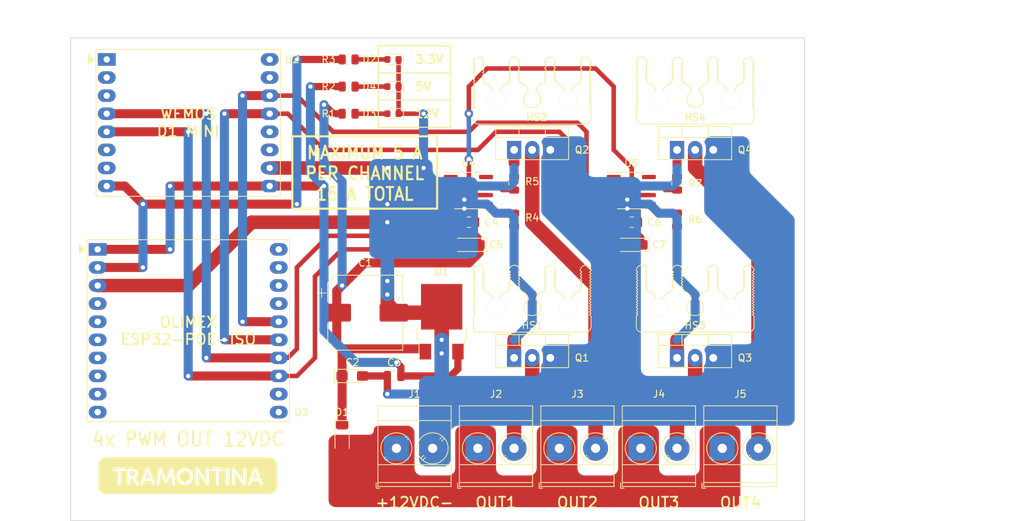
<source format=kicad_pcb>
(kicad_pcb (version 20211014) (generator pcbnew)
  (title_block (title "ESP 6 Relay Module"))
  (layers (0 "F.Cu" signal) (31 "B.Cu" signal) (34 "B.Paste" user) (35 "F.Paste" user) (36 "B.SilkS" user "B.Silkscreen") (37 "F.SilkS" user "F.Silkscreen") (38 "B.Mask" user) (39 "F.Mask" user) (44 "Edge.Cuts" user))
  (net 0 "")
  (net 1 "+12VA")
  (net 2 "GNDREF")
  (net 3 "+5V")
  (net 4 "+12V")
  (net 5 "Net-(D2-Pad2)")
  (net 6 "Net-(D3-Pad2)")
  (net 7 "Net-(D4-Pad2)")
  (net 8 "Net-(J2-Pad2)")
  (net 9 "Net-(J3-Pad2)")
  (net 10 "Net-(J4-Pad2)")
  (net 11 "Net-(J5-Pad2)")
  (net 12 "Net-(Q1-Pad1)")
  (net 13 "Net-(Q2-Pad1)")
  (net 14 "Net-(Q3-Pad1)")
  (net 15 "Net-(Q4-Pad1)")
  (net 16 "+3V3")
  (net 17 "Net-(U2-Pad2)")
  (net 18 "Net-(U2-Pad1)")
  (net 19 "Net-(U2-Pad3)")
  (net 20 "Net-(U2-Pad4)")
  (net 21 "Net-(U2-Pad5)")
  (net 22 "Net-(U2-Pad6)")
  (net 23 "Net-(U2-Pad7)")
  (net 24 "Net-(U2-Pad11)")
  (net 25 "Net-(U2-Pad12)")
  (net 26 "Net-(U2-Pad13)")
  (net 27 "Net-(U2-Pad14)")
  (net 28 "Net-(U2-Pad15)")
  (net 29 "Net-(U2-Pad16)")
  (net 30 "Net-(U3-Pad8)")
  (net 31 "Net-(U4-Pad1)")
  (net 32 "Net-(U4-Pad8)")
  (net 33 "Net-(U3-Pad4)")
  (net 34 "Net-(U3-Pad5)")
  (net 35 "Net-(U3-Pad6)")
  (net 36 "Net-(U3-Pad7)")
  (net 37 "Net-(U3-Pad19)")
  (net 38 "Net-(U3-Pad20)")
  (net 39 "Net-(U3-Pad11)")
  (net 40 "Net-(U3-Pad12)")
  (net 41 "Net-(U3-Pad9)")
  (net 42 "Net-(U3-Pad10)")
  (net 43 "Net-(U3-Pad18)")
  (net 44 "Net-(U3-Pad17)")
  (net 45 "Net-(U5-Pad1)")
  (net 46 "Net-(U5-Pad8)")
  (net 47 "Net-(R4-Pad2)")
  (net 48 "Net-(R5-Pad2)")
  (net 49 "Net-(R6-Pad2)")
  (net 50 "Net-(R7-Pad2)")
  (footprint "Tales:TerminalBlock_Phoenix_MKDS-3-2-5.08_1x02_P5.08mm_Horizontal" (layer "F.Cu") (at 121.92 121.92)
    (fp_text reference "J2" (at 2.54 -7.62) (layer "F.SilkS"))
    (fp_text value "OUT1")
    (pad "1" thru_hole rect locked (at 0 0) (size 3.5 3.5) (drill 1.3) (layers *.Cu *.Mask) (net 4 "+12V"))
    (pad "2" thru_hole circle locked (at 5.08 0) (size 3.5 3.5) (drill 1.3) (layers *.Cu *.Mask) (net 8 "Net-(J2-Pad2)"))
  )
  (footprint "Tales:TerminalBlock_Phoenix_MKDS-3-2-5.08_1x02_P5.08mm_Horizontal" (layer "F.Cu") (at 133.35 121.92)
    (fp_text reference "J3" (at 2.54 -7.62) (layer "F.SilkS"))
    (fp_text value "OUT2")
    (pad "1" thru_hole rect locked (at 0 0) (size 3.5 3.5) (drill 1.3) (layers *.Cu *.Mask) (net 4 "+12V"))
    (pad "2" thru_hole circle locked (at 5.08 0) (size 3.5 3.5) (drill 1.3) (layers *.Cu *.Mask) (net 9 "Net-(J3-Pad2)"))
  )
  (footprint "Tales:TerminalBlock_Phoenix_MKDS-3-2-5.08_1x02_P5.08mm_Horizontal" (layer "F.Cu") (at 144.78 121.92)
    (fp_text reference "J4" (at 2.54 -7.62) (layer "F.SilkS"))
    (fp_text value "OUT3")
    (pad "1" thru_hole rect locked (at 0 0) (size 3.5 3.5) (drill 1.3) (layers *.Cu *.Mask) (net 4 "+12V"))
    (pad "2" thru_hole circle locked (at 5.08 0) (size 3.5 3.5) (drill 1.3) (layers *.Cu *.Mask) (net 10 "Net-(J4-Pad2)"))
  )
  (footprint "Tales:TerminalBlock_Phoenix_MKDS-3-2-5.08_1x02_P5.08mm_Horizontal" (layer "F.Cu") (at 156.21 121.92)
    (fp_text reference "J5" (at 2.54 -7.62) (layer "F.SilkS"))
    (fp_text value "OUT4")
    (pad "1" thru_hole rect locked (at 0 0) (size 3.5 3.5) (drill 1.3) (layers *.Cu *.Mask) (net 4 "+12V"))
    (pad "2" thru_hole circle locked (at 5.08 0) (size 3.5 3.5) (drill 1.3) (layers *.Cu *.Mask) (net 11 "Net-(J5-Pad2)"))
  )
  (footprint "Tales:TerminalBlock_Phoenix_MKDS-3-2-5.08_1x02_P5.08mm_Horizontal" (layer "F.Cu") (at 110.49 121.92)
    (fp_text reference "J1" (at 2.54 -7.62) (layer "F.SilkS"))
    (fp_text value "12VDC")
    (pad "1" thru_hole rect locked (at 0 0) (size 3.5 3.5) (drill 1.3) (layers *.Cu *.Mask) (net 4 "+12V"))
    (pad "2" thru_hole circle locked (at 5.08 0) (size 3.5 3.5) (drill 1.3) (layers *.Cu *.Mask) (net 2 "GNDREF"))
  )
  (footprint "Tales:Heatsink_16x10x25mm_2xFixationM3" (layer "F.Cu") (at 152.4 72.898)
    (fp_text reference "HS4" (at 0 2.54) (layer "F.SilkS"))
    (fp_text value "Heatsink_16x10x25mm_2xFixationM3")
    (pad "" np_thru_hole circle locked (at -5 0.000001) (size 2.5 2.5) (drill 2.5) (layers *.Cu *.SilkS *.Mask))
    (pad "" np_thru_hole circle locked (at 5 0) (size 2.5 2.5) (drill 2.5) (layers *.Cu *.SilkS *.Mask))
  )
  (footprint "Tales:Heatsink_16x10x25mm_2xFixationM3" (layer "F.Cu") (at 129.54 102.108)
    (fp_text reference "HS1" (at 0 2.54) (layer "F.SilkS"))
    (fp_text value "Heatsink_16x10x25mm_2xFixationM3")
    (pad "" np_thru_hole circle locked (at 5 0) (size 2.5 2.5) (drill 2.5) (layers *.Cu *.SilkS *.Mask))
    (pad "" np_thru_hole circle locked (at -5 0.000001) (size 2.5 2.5) (drill 2.5) (layers *.Cu *.SilkS *.Mask))
  )
  (footprint "Tales:Heatsink_16x10x25mm_2xFixationM3" (layer "F.Cu") (at 152.4 102.108)
    (fp_text reference "HS3" (at 0 2.54) (layer "F.SilkS"))
    (fp_text value "Heatsink_16x10x25mm_2xFixationM3")
    (pad "" np_thru_hole circle locked (at 5 0) (size 2.5 2.5) (drill 2.5) (layers *.Cu *.SilkS *.Mask))
    (pad "" np_thru_hole circle locked (at -5 0.000001) (size 2.5 2.5) (drill 2.5) (layers *.Cu *.SilkS *.Mask))
  )
  (footprint "Tales:Olimex_ESP32-POE_Pads" (layer "F.Cu") (at 68.58 93.98)
    (fp_text reference "U3" (at 28.575 22.86) (layer "F.SilkS"))
    (fp_text value "Olimex_ESP32-POE")
    (pad "1" thru_hole rect locked (at 0 0) (size 2.5 1.75) (drill 0.9) (layers *.Cu *.Mask) (net 3 "+5V"))
    (pad "2" thru_hole oval locked (at 0 2.54) (size 2.5 1.75) (drill 0.9) (layers *.Cu *.Mask) (net 16 "+3V3"))
    (pad "3" thru_hole oval locked (at 0 5.08) (size 2.5 1.75) (drill 0.9) (layers *.Cu *.Mask) (net 2 "GNDREF"))
    (pad "4" thru_hole oval locked (at 0 7.62) (size 2.5 1.75) (drill 0.9) (layers *.Cu *.Mask) (net 33 "Net-(U3-Pad4)"))
    (pad "5" thru_hole oval locked (at 0 10.16) (size 2.5 1.75) (drill 0.9) (layers *.Cu *.Mask) (net 34 "Net-(U3-Pad5)"))
    (pad "6" thru_hole oval locked (at 0 12.7) (size 2.5 1.75) (drill 0.9) (layers *.Cu *.Mask) (net 35 "Net-(U3-Pad6)"))
    (pad "7" thru_hole oval locked (at 0 15.24) (size 2.5 1.75) (drill 0.9) (layers *.Cu *.Mask) (net 36 "Net-(U3-Pad7)"))
    (pad "8" thru_hole oval locked (at 0 17.78) (size 2.5 1.75) (drill 0.9) (layers *.Cu *.Mask) (net 30 "Net-(U3-Pad8)"))
    (pad "9" thru_hole oval locked (at 0 20.32) (size 2.5 1.75) (drill 0.9) (layers *.Cu *.Mask) (net 41 "Net-(U3-Pad9)"))
    (pad "10" thru_hole oval locked (at 0 22.86) (size 2.5 1.75) (drill 0.9) (layers *.Cu *.Mask) (net 42 "Net-(U3-Pad10)"))
    (pad "11" thru_hole oval locked (at 25.4 22.86) (size 2.5 1.75) (drill 0.9) (layers *.Cu *.Mask) (net 39 "Net-(U3-Pad11)"))
    (pad "12" thru_hole oval locked (at 25.4 20.32) (size 2.5 1.75) (drill 0.9) (layers *.Cu *.Mask) (net 40 "Net-(U3-Pad12)"))
    (pad "13" thru_hole oval locked (at 25.4 17.78) (size 2.5 1.75) (drill 0.9) (layers *.Cu *.Mask) (net 21 "Net-(U2-Pad5)"))
    (pad "14" thru_hole oval locked (at 25.4 15.24) (size 2.5 1.75) (drill 0.9) (layers *.Cu *.Mask) (net 20 "Net-(U2-Pad4)"))
    (pad "15" thru_hole oval locked (at 25.4 12.7) (size 2.5 1.75) (drill 0.9) (layers *.Cu *.Mask) (net 26 "Net-(U2-Pad13)"))
    (pad "16" thru_hole oval locked (at 25.4 10.16) (size 2.5 1.75) (drill 0.9) (layers *.Cu *.Mask) (net 27 "Net-(U2-Pad14)"))
    (pad "17" thru_hole oval locked (at 25.4 7.62) (size 2.5 1.75) (drill 0.9) (layers *.Cu *.Mask) (net 44 "Net-(U3-Pad17)"))
    (pad "18" thru_hole oval locked (at 25.4 5.08) (size 2.5 1.75) (drill 0.9) (layers *.Cu *.Mask) (net 43 "Net-(U3-Pad18)"))
    (pad "19" thru_hole oval locked (at 25.4 2.54) (size 2.5 1.75) (drill 0.9) (layers *.Cu *.Mask) (net 37 "Net-(U3-Pad19)"))
    (pad "20" thru_hole oval locked (at 25.4 0) (size 2.5 1.75) (drill 0.9) (layers *.Cu *.Mask) (net 38 "Net-(U3-Pad20)"))
  )
  (footprint "Tales:WEMOS_D1_mini_light_pads" (layer "F.Cu") (at 69.85 67.31)
    (fp_text reference "U2" (at 26.035 0) (layer "F.SilkS"))
    (fp_text value "WeMos_D1_mini")
    (pad "1" thru_hole rect locked (at 0 0) (size 2.5 1.75) (drill 0.9) (layers *.Cu *.Mask) (net 18 "Net-(U2-Pad1)"))
    (pad "2" thru_hole oval locked (at 0 2.54) (size 2.5 1.75) (drill 0.9) (layers *.Cu *.Mask) (net 17 "Net-(U2-Pad2)"))
    (pad "3" thru_hole oval locked (at 0 5.08) (size 2.5 1.75) (drill 0.9) (layers *.Cu *.Mask) (net 19 "Net-(U2-Pad3)"))
    (pad "4" thru_hole oval locked (at 0 7.62) (size 2.5 1.75) (drill 0.9) (layers *.Cu *.Mask) (net 20 "Net-(U2-Pad4)"))
    (pad "5" thru_hole oval locked (at 0 10.16) (size 2.5 1.75) (drill 0.9) (layers *.Cu *.Mask) (net 21 "Net-(U2-Pad5)"))
    (pad "6" thru_hole oval locked (at 0 12.7) (size 2.5 1.75) (drill 0.9) (layers *.Cu *.Mask) (net 22 "Net-(U2-Pad6)"))
    (pad "7" thru_hole oval locked (at 0 15.24) (size 2.5 1.75) (drill 0.9) (layers *.Cu *.Mask) (net 23 "Net-(U2-Pad7)"))
    (pad "8" thru_hole oval locked (at 0 17.78) (size 2.5 1.75) (drill 0.9) (layers *.Cu *.Mask) (net 16 "+3V3"))
    (pad "9" thru_hole oval locked (at 22.86 17.78) (size 2.5 1.75) (drill 0.9) (layers *.Cu *.Mask) (net 3 "+5V"))
    (pad "10" thru_hole oval locked (at 22.86 15.24) (size 2.5 1.75) (drill 0.9) (layers *.Cu *.Mask) (net 2 "GNDREF"))
    (pad "11" thru_hole oval locked (at 22.86 12.7) (size 2.5 1.75) (drill 0.9) (layers *.Cu *.Mask) (net 24 "Net-(U2-Pad11)"))
    (pad "12" thru_hole oval locked (at 22.86 10.16) (size 2.5 1.75) (drill 0.9) (layers *.Cu *.Mask) (net 25 "Net-(U2-Pad12)"))
    (pad "13" thru_hole oval locked (at 22.86 7.62) (size 2.5 1.75) (drill 0.9) (layers *.Cu *.Mask) (net 26 "Net-(U2-Pad13)"))
    (pad "14" thru_hole oval locked (at 22.86 5.08) (size 2.5 1.75) (drill 0.9) (layers *.Cu *.Mask) (net 27 "Net-(U2-Pad14)"))
    (pad "15" thru_hole oval locked (at 22.86 2.54) (size 2.5 1.75) (drill 0.9) (layers *.Cu *.Mask) (net 28 "Net-(U2-Pad15)"))
    (pad "16" thru_hole oval locked (at 22.86 0) (size 2.5 1.75) (drill 0.9) (layers *.Cu *.Mask) (net 29 "Net-(U2-Pad16)"))
  )
  (footprint "Tales:CP_Elec_10x10" (layer "F.Cu") (at 106.12 102.87)
    (fp_text reference "C1" (at 0 -6.985) (layer "F.SilkS"))
    (fp_text value "100uF/35V/10x10")
    (pad "1" smd roundrect locked (at -4 0) (size 4 2.5) (layers "F.Cu" "F.Paste" "F.Mask") (roundrect_rratio 0.1) (net 1 "+12VA"))
    (pad "2" smd roundrect locked (at 4 0) (size 4 2.5) (layers "F.Cu" "F.Paste" "F.Mask") (roundrect_rratio 0.1) (net 2 "GNDREF"))
  )
  (footprint "Tales:CP_EIA-3216-18_Kemet-A_Pad1.58x1.35mm_HandSolder" (layer "F.Cu") (at 120.65 93.345 180)
    (fp_text reference "C5" (at -3.81 0) (layer "F.SilkS"))
    (fp_text value "1uF 35V")
    (pad "1" smd roundrect locked (at -1.4375 0 180) (size 1.575 1.35) (layers "F.Cu" "F.Paste" "F.Mask") (roundrect_rratio 0.1851844444) (net 1 "+12VA"))
    (pad "2" smd roundrect locked (at 1.4375 0 180) (size 1.575 1.35) (layers "F.Cu" "F.Paste" "F.Mask") (roundrect_rratio 0.1851844444) (net 2 "GNDREF"))
  )
  (footprint "Tales:TO-220-3_Vertical" (layer "F.Cu") (at 127 109.22)
    (fp_text reference "Q1" (at 9.525 0) (layer "F.SilkS"))
    (fp_text value "IRLB8721PBF")
    (pad "1" thru_hole rect locked (at 0 0) (size 2 2.5) (drill 1.1) (layers *.Cu *.Mask) (net 12 "Net-(Q1-Pad1)"))
    (pad "2" thru_hole oval locked (at 2.54 0) (size 2 2.5) (drill 1.1) (layers *.Cu *.Mask) (net 8 "Net-(J2-Pad2)"))
    (pad "3" thru_hole oval locked (at 5.08 0) (size 2 2.5) (drill 1.1) (layers *.Cu *.Mask) (net 2 "GNDREF"))
  )
  (footprint "Tales:TO-220-3_Vertical" (layer "F.Cu") (at 127 80.01)
    (fp_text reference "Q2" (at 9.525 0) (layer "F.SilkS"))
    (fp_text value "IRLB8721PBF")
    (pad "1" thru_hole rect locked (at 0 0) (size 2 2.5) (drill 1.1) (layers *.Cu *.Mask) (net 13 "Net-(Q2-Pad1)"))
    (pad "2" thru_hole oval locked (at 2.54 0) (size 2 2.5) (drill 1.1) (layers *.Cu *.Mask) (net 9 "Net-(J3-Pad2)"))
    (pad "3" thru_hole oval locked (at 5.08 0) (size 2 2.5) (drill 1.1) (layers *.Cu *.Mask) (net 2 "GNDREF"))
  )
  (footprint "Tales:TO-220-3_Vertical" (layer "F.Cu") (at 149.86 109.22)
    (fp_text reference "Q3" (at 9.525 0) (layer "F.SilkS"))
    (fp_text value "IRLB8721PBF")
    (pad "1" thru_hole rect locked (at 0 0) (size 2 2.5) (drill 1.1) (layers *.Cu *.Mask) (net 14 "Net-(Q3-Pad1)"))
    (pad "2" thru_hole oval locked (at 2.54 0) (size 2 2.5) (drill 1.1) (layers *.Cu *.Mask) (net 10 "Net-(J4-Pad2)"))
    (pad "3" thru_hole oval locked (at 5.08 0) (size 2 2.5) (drill 1.1) (layers *.Cu *.Mask) (net 2 "GNDREF"))
  )
  (footprint "Tales:TO-220-3_Vertical" (layer "F.Cu") (at 149.86 80.01)
    (fp_text reference "Q4" (at 9.525 0) (layer "F.SilkS"))
    (fp_text value "IRLB8721PBF")
    (pad "1" thru_hole rect locked (at 0 0) (size 2 2.5) (drill 1.1) (layers *.Cu *.Mask) (net 15 "Net-(Q4-Pad1)"))
    (pad "2" thru_hole oval locked (at 2.54 0) (size 2 2.5) (drill 1.1) (layers *.Cu *.Mask) (net 11 "Net-(J5-Pad2)"))
    (pad "3" thru_hole oval locked (at 5.08 0) (size 2 2.5) (drill 1.1) (layers *.Cu *.Mask) (net 2 "GNDREF"))
  )
  (footprint "Tales:SOIC-8_3.9x4.9mm_P1.27mm" (layer "F.Cu") (at 120.585 85.725)
    (fp_text reference "U4" (at 0 -3.81) (layer "F.SilkS"))
    (fp_text value "IR4427")
    (pad "1" smd roundrect locked (at -2.475 -1.905) (size 1.95 0.6) (layers "F.Cu" "F.Paste" "F.Mask") (net 31 "Net-(U4-Pad1)"))
    (pad "2" smd roundrect locked (at -2.475 -0.635) (size 1.95 0.6) (layers "F.Cu" "F.Paste" "F.Mask") (net 20 "Net-(U2-Pad4)"))
    (pad "3" smd roundrect locked (at -2.475 0.635) (size 1.95 0.6) (layers "F.Cu" "F.Paste" "F.Mask") (net 2 "GNDREF"))
    (pad "4" smd roundrect locked (at -2.475 1.905) (size 1.95 0.6) (layers "F.Cu" "F.Paste" "F.Mask") (net 21 "Net-(U2-Pad5)"))
    (pad "5" smd roundrect locked (at 2.475 1.905) (size 1.95 0.6) (layers "F.Cu" "F.Paste" "F.Mask") (net 47 "Net-(R4-Pad2)"))
    (pad "6" smd roundrect locked (at 2.475 0.635) (size 1.95 0.6) (layers "F.Cu" "F.Paste" "F.Mask") (net 1 "+12VA"))
    (pad "7" smd roundrect locked (at 2.475 -0.635) (size 1.95 0.6) (layers "F.Cu" "F.Paste" "F.Mask") (net 48 "Net-(R5-Pad2)"))
    (pad "8" smd roundrect locked (at 2.475 -1.905) (size 1.95 0.6) (layers "F.Cu" "F.Paste" "F.Mask") (net 32 "Net-(U4-Pad8)"))
  )
  (footprint "Tales:SOIC-8_3.9x4.9mm_P1.27mm" (layer "F.Cu") (at 143.445 85.725)
    (fp_text reference "U5" (at 0 -3.81) (layer "F.SilkS"))
    (fp_text value "IR4427")
    (pad "1" smd roundrect locked (at -2.475 -1.905) (size 1.95 0.6) (layers "F.Cu" "F.Paste" "F.Mask") (net 45 "Net-(U5-Pad1)"))
    (pad "2" smd roundrect locked (at -2.475 -0.635) (size 1.95 0.6) (layers "F.Cu" "F.Paste" "F.Mask") (net 27 "Net-(U2-Pad14)"))
    (pad "3" smd roundrect locked (at -2.475 0.635) (size 1.95 0.6) (layers "F.Cu" "F.Paste" "F.Mask") (net 2 "GNDREF"))
    (pad "4" smd roundrect locked (at -2.475 1.905) (size 1.95 0.6) (layers "F.Cu" "F.Paste" "F.Mask") (net 26 "Net-(U2-Pad13)"))
    (pad "5" smd roundrect locked (at 2.475 1.905) (size 1.95 0.6) (layers "F.Cu" "F.Paste" "F.Mask") (net 49 "Net-(R6-Pad2)"))
    (pad "6" smd roundrect locked (at 2.475 0.635) (size 1.95 0.6) (layers "F.Cu" "F.Paste" "F.Mask") (net 1 "+12VA"))
    (pad "7" smd roundrect locked (at 2.475 -0.635) (size 1.95 0.6) (layers "F.Cu" "F.Paste" "F.Mask") (net 50 "Net-(R7-Pad2)"))
    (pad "8" smd roundrect locked (at 2.475 -1.905) (size 1.95 0.6) (layers "F.Cu" "F.Paste" "F.Mask") (net 46 "Net-(U5-Pad8)"))
  )
  (footprint "Tales:Heatsink_16x10x25mm_2xFixationM3" (layer "F.Cu") (at 129.54 72.898)
    (fp_text reference "HS2" (at 0.635 2.540001) (layer "F.SilkS"))
    (fp_text value "Heatsink_16x10x25mm_2xFixationM3")
    (pad "" np_thru_hole circle locked (at 5 0) (size 2.5 2.5) (drill 2.5) (layers *.Cu *.SilkS *.Mask))
    (pad "" np_thru_hole circle locked (at -5 0.000001) (size 2.5 2.5) (drill 2.5) (layers *.Cu *.SilkS *.Mask))
  )
  (footprint "Tales:TO-252-2" (layer "F.Cu") (at 116.84 104.14 90)
    (fp_text reference "U1" (at 6.985 0 180) (layer "F.SilkS"))
    (fp_text value "L78M05")
    (pad "1" smd rect locked (at -4.2 -2.28 90) (size 2.2 1.6) (layers "F.Cu" "F.Paste" "F.Mask") (net 1 "+12VA"))
    (pad "2" smd rect locked (at 2.1 0 90) (size 6.4 5.8) (layers "F.Cu" "F.Mask") (net 2 "GNDREF"))
    (pad "3" smd rect locked (at -4.2 2.28 90) (size 2.2 1.6) (layers "F.Cu" "F.Paste" "F.Mask") (net 3 "+5V"))
  )
  (footprint "Tales:CP_EIA-3216-18_Kemet-A_Pad1.58x1.35mm_HandSolder" (layer "F.Cu") (at 143.51 93.345 180)
    (fp_text reference "C7" (at -3.81 0) (layer "F.SilkS"))
    (fp_text value "1uF 35V")
    (pad "1" smd roundrect locked (at -1.4375 0 180) (size 1.575 1.35) (layers "F.Cu" "F.Paste" "F.Mask") (roundrect_rratio 0.1851844444) (net 1 "+12VA"))
    (pad "2" smd roundrect locked (at 1.4375 0 180) (size 1.575 1.35) (layers "F.Cu" "F.Paste" "F.Mask") (roundrect_rratio 0.1851844444) (net 2 "GNDREF"))
  )
  (footprint "Tales:CP_EIA-3216-18_Kemet-A_Pad1.58x1.35mm_HandSolder" (layer "F.Cu") (at 104.3075 111.76)
    (fp_text reference "C2" (at 0 -1.905) (layer "F.SilkS"))
    (fp_text value "0,33uF/35V")
    (pad "1" smd roundrect locked (at -1.4375 0) (size 1.575 1.35) (layers "F.Cu" "F.Paste" "F.Mask") (roundrect_rratio 0.1851844444) (net 1 "+12VA"))
    (pad "2" smd roundrect locked (at 1.4375 0) (size 1.575 1.35) (layers "F.Cu" "F.Paste" "F.Mask") (roundrect_rratio 0.1851844444) (net 2 "GNDREF"))
  )
  (footprint "Tales:Logo_Tramontina_25mm" (layer "F.Cu") (at 81.28 125.73)
    (fp_text reference "REF**" hide)
    (fp_text value "Logo_Tramontina_25mm" hide)
  )
  (footprint "Tales:R_0805_2012Metric" (layer "F.Cu") (at 103.7825 74.93)
    (fp_text reference "R1" (at -2.8175 0) (layer "F.SilkS"))
    (fp_text value "2k2/0,125W/0805")
    (pad "1" smd roundrect locked (at -0.9125 0) (size 1.025 1.4) (layers "F.Cu" "F.Paste" "F.Mask") (roundrect_rratio 0.2439014634) (net 1 "+12VA"))
    (pad "2" smd roundrect locked (at 0.9125 0) (size 1.025 1.4) (layers "F.Cu" "F.Paste" "F.Mask") (roundrect_rratio 0.2439014634) (net 6 "Net-(D3-Pad2)"))
  )
  (footprint "Tales:R_0805_2012Metric" (layer "F.Cu") (at 103.7825 71.12)
    (fp_text reference "R2" (at -2.8175 0) (layer "F.SilkS"))
    (fp_text value "680R/0,125W/0805")
    (pad "1" smd roundrect locked (at -0.9125 0) (size 1.025 1.4) (layers "F.Cu" "F.Paste" "F.Mask") (roundrect_rratio 0.2439014634) (net 3 "+5V"))
    (pad "2" smd roundrect locked (at 0.9125 0) (size 1.025 1.4) (layers "F.Cu" "F.Paste" "F.Mask") (roundrect_rratio 0.2439014634) (net 7 "Net-(D4-Pad2)"))
  )
  (footprint "Tales:R_0805_2012Metric" (layer "F.Cu") (at 103.7825 67.31)
    (fp_text reference "R3" (at -2.8175 0) (layer "F.SilkS"))
    (fp_text value "270R/0,125W/0805")
    (pad "1" smd roundrect locked (at -0.9125 0) (size 1.025 1.4) (layers "F.Cu" "F.Paste" "F.Mask") (roundrect_rratio 0.2439014634) (net 16 "+3V3"))
    (pad "2" smd roundrect locked (at 0.9125 0) (size 1.025 1.4) (layers "F.Cu" "F.Paste" "F.Mask") (roundrect_rratio 0.2439014634) (net 5 "Net-(D2-Pad2)"))
  )
  (footprint "Tales:LED_0603_1608Metric" (layer "F.Cu") (at 110.0075 67.31 180)
    (fp_text reference "D2" (at 3.3275 0) (layer "F.SilkS"))
    (fp_text value "GREEN/0603")
    (pad "1" smd roundrect locked (at -0.7875 0 180) (size 0.875 0.95) (layers "F.Cu" "F.Paste" "F.Mask") (net 2 "GNDREF"))
    (pad "2" smd roundrect locked (at 0.7875 0 180) (size 0.875 0.95) (layers "F.Cu" "F.Paste" "F.Mask") (net 5 "Net-(D2-Pad2)"))
  )
  (footprint "Tales:LED_0603_1608Metric" (layer "F.Cu") (at 110.0075 74.93 180)
    (fp_text reference "D3" (at 3.3275 0) (layer "F.SilkS"))
    (fp_text value "GREEN/0603")
    (pad "1" smd roundrect locked (at -0.7875 0 180) (size 0.875 0.95) (layers "F.Cu" "F.Paste" "F.Mask") (net 2 "GNDREF"))
    (pad "2" smd roundrect locked (at 0.7875 0 180) (size 0.875 0.95) (layers "F.Cu" "F.Paste" "F.Mask") (net 6 "Net-(D3-Pad2)"))
  )
  (footprint "Tales:LED_0603_1608Metric" (layer "F.Cu") (at 110.0075 71.12 180)
    (fp_text reference "D4" (at 3.3275 0) (layer "F.SilkS"))
    (fp_text value "GREEN/0603")
    (pad "1" smd roundrect locked (at -0.7875 0 180) (size 0.875 0.95) (layers "F.Cu" "F.Paste" "F.Mask") (net 2 "GNDREF"))
    (pad "2" smd roundrect locked (at 0.7875 0 180) (size 0.875 0.95) (layers "F.Cu" "F.Paste" "F.Mask") (net 7 "Net-(D4-Pad2)"))
  )
  (footprint "Tales:D_SOD-123" (layer "F.Cu") (at 102.87 120.27 -90)
    (fp_text reference "D1" (at -3.43 0 180) (layer "F.SilkS"))
    (fp_text value "SM4007PL/SOD-123")
    (pad "1" smd roundrect locked (at -1.65 0 270) (size 1.3 1.75) (layers "F.Cu" "F.Paste" "F.Mask") (net 1 "+12VA"))
    (pad "2" smd roundrect locked (at 1.65 0 270) (size 1.3 1.75) (layers "F.Cu" "F.Paste" "F.Mask") (net 4 "+12V"))
  )
  (footprint "Tales:R_0805_2012Metric" (layer "F.Cu") (at 127 89.8125 90)
    (fp_text reference "R4" (at 0.2775 2.54 180) (layer "F.SilkS"))
    (fp_text value "0R/0,125W/0805")
    (pad "1" smd roundrect locked (at -0.9125 0 90) (size 1.025 1.4) (layers "F.Cu" "F.Paste" "F.Mask") (roundrect_rratio 0.2439014634) (net 12 "Net-(Q1-Pad1)"))
    (pad "2" smd roundrect locked (at 0.9125 0 90) (size 1.025 1.4) (layers "F.Cu" "F.Paste" "F.Mask") (roundrect_rratio 0.2439014634) (net 47 "Net-(R4-Pad2)"))
  )
  (footprint "Tales:R_0805_2012Metric" (layer "F.Cu") (at 149.86 89.8125 90)
    (fp_text reference "R6" (at 0 2.54 180) (layer "F.SilkS"))
    (fp_text value "0R/0,125W/0805")
    (pad "1" smd roundrect locked (at -0.9125 0 90) (size 1.025 1.4) (layers "F.Cu" "F.Paste" "F.Mask") (roundrect_rratio 0.2439014634) (net 14 "Net-(Q3-Pad1)"))
    (pad "2" smd roundrect locked (at 0.9125 0 90) (size 1.025 1.4) (layers "F.Cu" "F.Paste" "F.Mask") (roundrect_rratio 0.2439014634) (net 49 "Net-(R6-Pad2)"))
  )
  (footprint "Tales:R_0805_2012Metric" (layer "F.Cu") (at 127 84.7325 -90)
    (fp_text reference "R5" (at -0.2775 -2.54 180) (layer "F.SilkS"))
    (fp_text value "0R/0,125W/0805")
    (pad "1" smd roundrect locked (at -0.9125 0 270) (size 1.025 1.4) (layers "F.Cu" "F.Paste" "F.Mask") (roundrect_rratio 0.2439014634) (net 13 "Net-(Q2-Pad1)"))
    (pad "2" smd roundrect locked (at 0.9125 0 270) (size 1.025 1.4) (layers "F.Cu" "F.Paste" "F.Mask") (roundrect_rratio 0.2439014634) (net 48 "Net-(R5-Pad2)"))
  )
  (footprint "Tales:R_0805_2012Metric" (layer "F.Cu") (at 149.86 84.7325 -90)
    (fp_text reference "R7" (at 0 -2.54 180) (layer "F.SilkS"))
    (fp_text value "0R/0,125W/0805")
    (pad "1" smd roundrect locked (at -0.9125 0 270) (size 1.025 1.4) (layers "F.Cu" "F.Paste" "F.Mask") (roundrect_rratio 0.2439014634) (net 15 "Net-(Q4-Pad1)"))
    (pad "2" smd roundrect locked (at 0.9125 0 270) (size 1.025 1.4) (layers "F.Cu" "F.Paste" "F.Mask") (roundrect_rratio 0.2439014634) (net 50 "Net-(R7-Pad2)"))
  )
  (footprint "Tales:C_0805_2012Metric" (layer "F.Cu") (at 120.65 90.17 180)
    (fp_text reference "C4" (at -3.175 0) (layer "F.SilkS"))
    (fp_text value "0,1uF/50V/0805")
    (pad "1" smd roundrect locked (at -0.95 0 180) (size 1 1.45) (layers "F.Cu" "F.Paste" "F.Mask") (net 1 "+12VA"))
    (pad "2" smd roundrect locked (at 0.95 0 180) (size 1 1.45) (layers "F.Cu" "F.Paste" "F.Mask") (net 2 "GNDREF"))
  )
  (footprint "Tales:C_0805_2012Metric" (layer "F.Cu") (at 143.51 90.17 180)
    (fp_text reference "C6" (at -3.175 0) (layer "F.SilkS"))
    (fp_text value "0,1uF/50V/0805")
    (pad "1" smd roundrect locked (at -0.95 0 180) (size 1 1.45) (layers "F.Cu" "F.Paste" "F.Mask") (net 1 "+12VA"))
    (pad "2" smd roundrect locked (at 0.95 0 180) (size 1 1.45) (layers "F.Cu" "F.Paste" "F.Mask") (net 2 "GNDREF"))
  )
  (footprint "Tales:C_0805_2012Metric" (layer "F.Cu") (at 110.17 111.76 180)
    (fp_text reference "C3" (at 0 1.905) (layer "F.SilkS"))
    (fp_text value "0,1uF/50V/0805")
    (pad "1" smd roundrect locked (at -0.95 0 180) (size 1 1.45) (layers "F.Cu" "F.Paste" "F.Mask") (net 3 "+5V"))
    (pad "2" smd roundrect locked (at 0.95 0 180) (size 1 1.45) (layers "F.Cu" "F.Paste" "F.Mask") (net 2 "GNDREF"))
  )
  (gr_line (start 107.95 69.215) (end 118.11 69.215) (layer "F.SilkS") (width 0.15))
  (gr_line (start 118.11 76.835) (end 118.11 65.405) (layer "F.SilkS") (width 0.15))
  (gr_line (start 107.95 76.835) (end 118.11 76.835) (layer "F.SilkS") (width 0.15))
  (gr_line (start 118.11 65.405) (end 107.95 65.405) (layer "F.SilkS") (width 0.15))
  (gr_line (start 107.95 73.025) (end 118.11 73.025) (layer "F.SilkS") (width 0.15))
  (gr_line (start 107.95 65.405) (end 107.95 76.835) (layer "F.SilkS") (width 0.15))
  (gr_line (start 95.885 88.265) (end 95.885 78.105) (layer "F.SilkS") (width 0.3))
  (gr_line (start 116.205 78.105) (end 116.205 88.265) (layer "F.SilkS") (width 0.3))
  (gr_line (start 95.885 78.105) (end 116.205 78.105) (layer "F.SilkS") (width 0.3))
  (gr_line (start 116.205 88.265) (end 95.885 88.265) (layer "F.SilkS") (width 0.3))
  (gr_line (start 64.77 132.08) (end 167.77 132.08) (layer "Edge.Cuts") (width 0.1))
  (gr_line (start 167.77 64.28) (end 64.77 64.28) (layer "Edge.Cuts") (width 0.1))
  (gr_line (start 167.77 132.08) (end 167.77 64.28) (layer "Edge.Cuts") (width 0.1))
  (gr_line (start 64.77 64.28) (end 64.77 132.08) (layer "Edge.Cuts") (width 0.1))
  (gr_text "OUT2" (at 135.89 129.54) (layer "F.SilkS") (effects (font (size 1.5 1.5) (thickness 0.25))))
  (gr_text "OUT1" (at 124.46 129.54) (layer "F.SilkS") (effects (font (size 1.5 1.5) (thickness 0.25))))
  (gr_text "OUT3" (at 147.32 129.54) (layer "F.SilkS") (effects (font (size 1.5 1.5) (thickness 0.25))))
  (gr_text "OUT4" (at 158.75 129.54) (layer "F.SilkS") (effects (font (size 1.5 1.5) (thickness 0.25))))
  (gr_text "+12VDC-" (at 113.03 129.54) (layer "F.SilkS") (effects (font (size 1.5 1.5) (thickness 0.25))))
  (gr_text "4x PWM OUT 12VDC" (at 81.28 120.65) (layer "F.SilkS") (effects (font (size 2 1.8) (thickness 0.25))))
  (gr_text "12V" (at 113.03 74.93) (layer "F.SilkS") (effects (font (size 1.2 1.2) (thickness 0.2)) (justify left)))
  (gr_text "5V" (at 113.03 71.12) (layer "F.SilkS") (effects (font (size 1.2 1.2) (thickness 0.2)) (justify left)))
  (gr_text "3.3V" (at 113.03 67.31) (layer "F.SilkS") (effects (font (size 1.2 1.2) (thickness 0.2)) (justify left)))
  (gr_text "WEMOS\nD1 MINI" (at 81.28 76.2) (layer "F.SilkS") (effects (font (size 1.5 1.5) (thickness 0.25))))
  (gr_text "OLIMEX\nESP32-POE-ISO" (at 81.28 105.41) (layer "F.SilkS") (effects (font (size 1.5 1.5) (thickness 0.25))))
  (gr_text "MAXIMUM 5 A\nPER CHANNEL\n16 A TOTAL" (at 106.045 83.312) (layer "F.SilkS") (effects (font (size 1.8 1.6) (thickness 0.3))))
  (segment (start 120.65 95.885) (end 122.0875 94.4475) (width 1.27) (layer "F.Cu") (net 1))
  (segment (start 122.0875 94.4475) (end 122.0875 93.345) (width 1.27) (layer "F.Cu") (net 1))
  (segment (start 102.87 107.95) (end 114.17 107.95) (width 1.27) (layer "F.Cu") (net 1))
  (segment (start 138.43 68.58) (end 123.19 68.58) (width 0.635) (layer "F.Cu") (net 1))
  (segment (start 144.46 90.17) (end 144.46 91.755) (width 0.635) (layer "F.Cu") (net 1))
  (segment (start 120.65 85.725) (end 120.65 81.28) (width 0.635) (layer "F.Cu") (net 1))
  (segment (start 121.6 90.17) (end 121.6 88.58) (width 0.635) (layer "F.Cu") (net 1))
  (segment (start 121.6 88.58) (end 121.285 88.265) (width 0.635) (layer "F.Cu") (net 1))
  (segment (start 144.46 91.755) (end 144.9475 92.2425) (width 0.635) (layer "F.Cu") (net 1))
  (segment (start 143.51 82.55) (end 140.97 80.01) (width 0.635) (layer "F.Cu") (net 1))
  (segment (start 114.17 107.95) (end 114.56 108.34) (width 1.27) (layer "F.Cu") (net 1))
  (segment (start 120.65 85.725) (end 121.285 86.36) (width 0.635) (layer "F.Cu") (net 1))
  (segment (start 102.87 111.76) (end 102.87 118.62) (width 1.27) (layer "F.Cu") (net 1))
  (segment (start 144.145 88.265) (end 144.145 86.36) (width 0.635) (layer "F.Cu") (net 1))
  (segment (start 121.285 88.265) (end 121.285 86.36) (width 0.635) (layer "F.Cu") (net 1))
  (segment (start 122.0875 92.2425) (end 122.0875 93.345) (width 0.635) (layer "F.Cu") (net 1))
  (segment (start 100.33 73.66) (end 101.6 74.93) (width 1.016) (layer "F.Cu") (net 1))
  (segment (start 102.87 99.06) (end 106.045 95.885) (width 1.27) (layer "F.Cu") (net 1))
  (segment (start 144.145 86.36) (end 143.51 85.725) (width 0.635) (layer "F.Cu") (net 1))
  (segment (start 102.12 102.87) (end 102.12 99.81) (width 1.27) (layer "F.Cu") (net 1))
  (segment (start 101.6 74.93) (end 102.87 74.93) (width 1.016) (layer "F.Cu") (net 1))
  (segment (start 140.97 71.12) (end 138.43 68.58) (width 0.635) (layer "F.Cu") (net 1))
  (segment (start 144.9475 92.2425) (end 144.9475 93.345) (width 0.635) (layer "F.Cu") (net 1))
  (segment (start 143.51 85.725) (end 143.51 82.55) (width 0.635) (layer "F.Cu") (net 1))
  (segment (start 140.97 80.01) (end 140.97 71.12) (width 0.635) (layer "F.Cu") (net 1))
  (segment (start 106.045 95.885) (end 120.65 95.885) (width 1.27) (layer "F.Cu") (net 1))
  (segment (start 102.12 102.87) (end 102.12 107.2) (width 1.27) (layer "F.Cu") (net 1))
  (segment (start 102.12 99.81) (end 102.87 99.06) (width 1.27) (layer "F.Cu") (net 1))
  (segment (start 102.12 107.2) (end 102.87 107.95) (width 1.27) (layer "F.Cu") (net 1))
  (segment (start 102.87 111.76) (end 102.87 107.95) (width 1.27) (layer "F.Cu") (net 1))
  (segment (start 121.6 91.755) (end 122.0875 92.2425) (width 0.635) (layer "F.Cu") (net 1))
  (segment (start 144.145 86.36) (end 145.985 86.36) (width 0.635) (layer "F.Cu") (net 1))
  (segment (start 123.19 68.58) (end 120.65 71.12) (width 0.635) (layer "F.Cu") (net 1))
  (segment (start 120.65 71.12) (end 120.65 74.93) (width 0.635) (layer "F.Cu") (net 1))
  (segment (start 121.6 90.17) (end 121.6 91.755) (width 0.635) (layer "F.Cu") (net 1))
  (segment (start 144.46 88.58) (end 144.145 88.265) (width 0.635) (layer "F.Cu") (net 1))
  (segment (start 144.46 90.17) (end 144.46 88.58) (width 0.635) (layer "F.Cu") (net 1))
  (segment (start 121.285 86.36) (end 123.06 86.36) (width 0.635) (layer "F.Cu") (net 1))
  (via (at 120.65 74.93) (size 1.2) (drill 0.6) (layers "F.Cu" "B.Cu") (net 1))
  (via (at 120.65 81.28) (size 1.2) (drill 0.6) (layers "F.Cu" "B.Cu") (net 1))
  (via (at 100.33 73.66) (size 1.2) (drill 0.6) (layers "F.Cu" "B.Cu") (net 1))
  (via (at 102.87 99.06) (size 1.2) (drill 0.6) (layers "F.Cu" "B.Cu") (net 1))
  (segment (start 102.87 84.455) (end 102.87 99.06) (width 1.27) (layer "B.Cu") (net 1))
  (segment (start 100.33 73.66) (end 100.33 81.915) (width 1.27) (layer "B.Cu") (net 1))
  (segment (start 100.33 81.915) (end 102.87 84.455) (width 1.27) (layer "B.Cu") (net 1))
  (segment (start 120.65 74.93) (end 120.65 81.28) (width 0.635) (layer "B.Cu") (net 1))
  (segment (start 109.22 90.17) (end 90.17 90.17) (width 1.905) (layer "F.Cu") (net 2))
  (segment (start 142.875 88.265) (end 142.875 86.995) (width 1.27) (layer "F.Cu") (net 2))
  (segment (start 120.015 88.265) (end 120.015 86.995) (width 1.27) (layer "F.Cu") (net 2))
  (segment (start 120.015 86.995) (end 119.38 86.36) (width 0.635) (layer "F.Cu") (net 2))
  (segment (start 119.38 86.36) (end 118.11 86.36) (width 0.635) (layer "F.Cu") (net 2))
  (segment (start 90.17 90.17) (end 81.28 99.06) (width 1.905) (layer "F.Cu") (net 2))
  (segment (start 116.01 102.87) (end 116.84 102.04) (width 2.032) (layer "F.Cu") (net 2))
  (segment (start 109.22 114.3) (end 109.22 111.76) (width 1.016) (layer "F.Cu") (net 2))
  (segment (start 119.7 90.17) (end 119.7 91.755) (width 0.635) (layer "F.Cu") (net 2))
  (segment (start 142.56 91.755) (end 142.0725 92.2425) (width 0.635) (layer "F.Cu") (net 2))
  (segment (start 142.56 90.17) (end 142.56 91.755) (width 0.635) (layer "F.Cu") (net 2))
  (segment (start 142.875 86.995) (end 142.24 86.36) (width 0.635) (layer "F.Cu") (net 2))
  (segment (start 141.9475 93.22) (end 142.0725 93.345) (width 1.27) (layer "F.Cu") (net 2))
  (segment (start 119.2125 92.2425) (end 119.2125 93.345) (width 0.635) (layer "F.Cu") (net 2))
  (segment (start 110.12 102.5) (end 109.22 101.6) (width 1.905) (layer "F.Cu") (net 2))
  (segment (start 110.795 71.12) (end 110.795 67.31) (width 0.635) (layer "F.Cu") (net 2))
  (segment (start 120.015 88.265) (end 120.015 89.855) (width 0.635) (layer "F.Cu") (net 2))
  (segment (start 109.22 90.17) (end 109.22 87.63) (width 1.905) (layer "F.Cu") (net 2))
  (segment (start 109.22 111.76) (end 105.745 111.76) (width 1.016) (layer "F.Cu") (net 2))
  (segment (start 116.84 108.585) (end 116.84 102.04) (width 2.032) (layer "F.Cu") (net 2))
  (segment (start 110.12 102.87) (end 110.12 102.5) (width 1.905) (layer "F.Cu") (net 2))
  (segment (start 120.015 89.855) (end 119.7 90.17) (width 0.635) (layer "F.Cu") (net 2))
  (segment (start 110.12 102.87) (end 116.01 102.87) (width 2.032) (layer "F.Cu") (net 2))
  (segment (start 142.24 86.36) (end 141.035 86.36) (width 0.635) (layer "F.Cu") (net 2))
  (segment (start 109.22 82.55) (end 114.3 82.55) (width 1.905) (layer "F.Cu") (net 2))
  (segment (start 110.795 74.93) (end 110.795 71.12) (width 0.635) (layer "F.Cu") (net 2))
  (segment (start 114.3 74.93) (end 110.795 74.93) (width 0.635) (layer "F.Cu") (net 2))
  (segment (start 81.28 99.06) (end 68.58 99.06) (width 1.905) (layer "F.Cu") (net 2))
  (segment (start 142.875 89.855) (end 142.56 90.17) (width 0.635) (layer "F.Cu") (net 2))
  (segment (start 142.0725 92.2425) (end 142.0725 93.345) (width 0.635) (layer "F.Cu") (net 2))
  (segment (start 142.875 88.265) (end 142.875 89.855) (width 0.635) (layer "F.Cu") (net 2))
  (segment (start 92.71 82.55) (end 109.22 82.55) (width 1.905) (layer "F.Cu") (net 2))
  (segment (start 109.22 101.6) (end 109.22 98.425) (width 1.905) (layer "F.Cu") (net 2))
  (segment (start 119.7 91.755) (end 119.2125 92.2425) (width 0.635) (layer "F.Cu") (net 2))
  (via (at 142.875 86.995) (size 1.2) (drill 0.6) (layers "F.Cu" "B.Cu") (net 2))
  (via (at 116.84 108.585) (size 1.2) (drill 0.6) (layers "F.Cu" "B.Cu") (net 2))
  (via (at 109.22 87.63) (size 1.2) (drill 0.6) (layers "F.Cu" "B.Cu") (net 2))
  (via (at 120.015 86.995) (size 1.2) (drill 0.6) (layers "F.Cu" "B.Cu") (net 2))
  (via (at 109.22 98.425) (size 1.2) (drill 0.6) (layers "F.Cu" "B.Cu") (net 2))
  (via (at 109.22 82.55) (size 1.2) (drill 0.6) (layers "F.Cu" "B.Cu") (net 2))
  (via (at 109.22 90.17) (size 1.2) (drill 0.6) (layers "F.Cu" "B.Cu") (net 2))
  (via (at 109.22 100.33) (size 1.2) (drill 0.6) (layers "F.Cu" "B.Cu") (net 2))
  (via (at 114.3 74.93) (size 1.2) (drill 0.6) (layers "F.Cu" "B.Cu") (net 2))
  (via (at 120.015 88.265) (size 1.2) (drill 0.6) (layers "F.Cu" "B.Cu") (net 2))
  (via (at 109.22 114.3) (size 1.2) (drill 0.6) (layers "F.Cu" "B.Cu") (net 2))
  (via (at 142.875 88.265) (size 1.2) (drill 0.6) (layers "F.Cu" "B.Cu") (net 2))
  (via (at 114.3 82.55) (size 1.2) (drill 0.6) (layers "F.Cu" "B.Cu") (net 2))
  (via (at 116.84 106.68) (size 1.2) (drill 0.6) (layers "F.Cu" "B.Cu") (net 2))
  (segment (start 116.84 108.585) (end 116.84 106.68) (width 2.032) (layer "B.Cu") (net 2))
  (segment (start 144.145 87.63) (end 146.05 87.63) (width 1.27) (layer "B.Cu") (net 2))
  (segment (start 133.35 81.28) (end 133.35 88.9) (width 2.032) (layer "B.Cu") (net 2))
  (segment (start 115.57 116.84) (end 115.57 114.3) (width 2.032) (layer "B.Cu") (net 2))
  (segment (start 142.875 86.995) (end 142.875 85.725) (width 1.27) (layer "B.Cu") (net 2))
  (segment (start 156.21 109.22) (end 154.94 109.22) (width 2.032) (layer "B.Cu") (net 2))
  (segment (start 116.84 113.03) (end 116.84 108.585) (width 2.032) (layer "B.Cu") (net 2))
  (segment (start 115.57 114.3) (end 109.22 114.3) (width 1.27) (layer "B.Cu") (net 2))
  (segment (start 142.875 85.725) (end 143.51 85.09) (width 1.27) (layer "B.Cu") (net 2))
  (segment (start 126.365 85.09) (end 127 84.455) (width 1.27) (layer "B.Cu") (net 2))
  (segment (start 157.48 110.49) (end 156.21 109.22) (width 2.032) (layer "B.Cu") (net 2))
  (segment (start 120.015 86.995) (end 120.015 85.725) (width 1.27) (layer "B.Cu") (net 2))
  (segment (start 121.285 87.63) (end 123.19 87.63) (width 1.27) (layer "B.Cu") (net 2))
  (segment (start 143.51 88.265) (end 144.145 87.63) (width 1.27) (layer "B.Cu") (net 2))
  (segment (start 146.05 87.63) (end 147.32 88.9) (width 1.27) (layer "B.Cu") (net 2))
  (segment (start 143.51 85.09) (end 149.225 85.09) (width 1.27) (layer "B.Cu") (net 2))
  (segment (start 149.86 97.79) (end 152.4 100.33) (width 1.27) (layer "B.Cu") (net 2))
  (segment (start 165.1 90.17) (end 154.94 80.01) (width 2.032) (layer "B.Cu") (net 2))
  (segment (start 132.08 80.01) (end 133.35 81.28) (width 2.032) (layer "B.Cu") (net 2))
  (segment (start 142.24 97.79) (end 142.24 116.84) (width 2.032) (layer "B.Cu") (net 2))
  (segment (start 111.125 88.265) (end 109.22 90.17) (width 1.016) (layer "B.Cu") (net 2))
  (segment (start 152.4 100.33) (end 152.4 104.14) (width 1.27) (layer "B.Cu") (net 2))
  (segment (start 115.57 116.84) (end 161.29 116.84) (width 2.032) (layer "B.Cu") (net 2))
  (segment (start 123.19 87.63) (end 124.46 88.9) (width 1.27) (layer "B.Cu") (net 2))
  (segment (start 142.875 88.265) (end 143.51 88.265) (width 1.27) (layer "B.Cu") (net 2))
  (segment (start 134.62 110.49) (end 133.35 109.22) (width 2.032) (layer "B.Cu") (net 2))
  (segment (start 127 97.79) (end 129.54 100.33) (width 1.27) (layer "B.Cu") (net 2))
  (segment (start 120.65 88.265) (end 121.285 87.63) (width 1.27) (layer "B.Cu") (net 2))
  (segment (start 142.875 88.265) (end 137.795 93.345) (width 1.27) (layer "B.Cu") (net 2))
  (segment (start 152.4 104.14) (end 149.86 106.68) (width 1.27) (layer "B.Cu") (net 2))
  (segment (start 133.35 109.22) (end 132.08 109.22) (width 2.032) (layer "B.Cu") (net 2))
  (segment (start 161.29 116.84) (end 165.1 113.03) (width 2.032) (layer "B.Cu") (net 2))
  (segment (start 120.015 88.265) (end 120.65 88.265) (width 1.27) (layer "B.Cu") (net 2))
  (segment (start 129.54 104.14) (end 127 106.68) (width 1.27) (layer "B.Cu") (net 2))
  (segment (start 149.225 85.09) (end 149.86 84.455) (width 1.27) (layer "B.Cu") (net 2))
  (segment (start 127 84.455) (end 127 82.55) (width 1.27) (layer "B.Cu") (net 2))
  (segment (start 133.35 88.9) (end 142.24 97.79) (width 2.032) (layer "B.Cu") (net 2))
  (segment (start 149.225 88.9) (end 149.86 89.535) (width 1.27) (layer "B.Cu") (net 2))
  (segment (start 120.65 85.09) (end 126.365 85.09) (width 1.27) (layer "B.Cu") (net 2))
  (segment (start 127 89.535) (end 127 97.79) (width 1.27) (layer "B.Cu") (net 2))
  (segment (start 149.86 89.535) (end 149.86 97.79) (width 1.27) (layer "B.Cu") (net 2))
  (segment (start 114.3 74.93) (end 114.3 82.55) (width 1.27) (layer "B.Cu") (net 2))
  (segment (start 134.62 116.84) (end 134.62 110.49) (width 2.032) (layer "B.Cu") (net 2))
  (segment (start 120.015 88.265) (end 111.125 88.265) (width 1.016) (layer "B.Cu") (net 2))
  (segment (start 120.015 85.725) (end 120.65 85.09) (width 1.27) (layer "B.Cu") (net 2))
  (segment (start 129.54 100.33) (end 129.54 104.14) (width 1.27) (layer "B.Cu") (net 2))
  (segment (start 157.48 116.84) (end 157.48 110.49) (width 2.032) (layer "B.Cu") (net 2))
  (segment (start 147.32 88.9) (end 149.225 88.9) (width 1.27) (layer "B.Cu") (net 2))
  (segment (start 149.86 84.455) (end 149.86 82.55) (width 1.27) (layer "B.Cu") (net 2))
  (segment (start 124.46 88.9) (end 126.365 88.9) (width 1.27) (layer "B.Cu") (net 2))
  (segment (start 115.57 114.3) (end 116.84 113.03) (width 2.032) (layer "B.Cu") (net 2))
  (segment (start 165.1 113.03) (end 165.1 90.17) (width 2.032) (layer "B.Cu") (net 2))
  (segment (start 109.22 82.55) (end 109.22 100.33) (width 1.905) (layer "B.Cu") (net 2))
  (segment (start 126.365 88.9) (end 127 89.535) (width 1.27) (layer "B.Cu") (net 2))
  (segment (start 115.57 121.92) (end 115.57 116.84) (width 2.032) (layer "B.Cu") (net 2))
  (segment (start 118.11 111.76) (end 119.12 110.75) (width 1.016) (layer "F.Cu") (net 3))
  (segment (start 68.58 93.98) (end 78.74 93.98) (width 1.27) (layer "F.Cu") (net 3))
  (segment (start 92.71 85.09) (end 100.33 85.09) (width 1.27) (layer "F.Cu") (net 3))
  (segment (start 111.12 111.76) (end 111.12 110.485) (width 1.016) (layer "F.Cu") (net 3))
  (segment (start 78.74 85.09) (end 92.71 85.09) (width 1.27) (layer "F.Cu") (net 3))
  (segment (start 119.12 110.75) (end 119.12 108.34) (width 1.016) (layer "F.Cu") (net 3))
  (segment (start 98.425 71.12) (end 102.87 71.12) (width 1.016) (layer "F.Cu") (net 3))
  (segment (start 111.12 111.76) (end 118.11 111.76) (width 1.016) (layer "F.Cu") (net 3))
  (segment (start 111.12 110.485) (end 110.49 109.855) (width 1.016) (layer "F.Cu") (net 3))
  (via (at 78.74 85.09) (size 1.2) (drill 0.6) (layers "F.Cu" "B.Cu") (net 3))
  (via (at 100.33 85.09) (size 1.2) (drill 0.6) (layers "F.Cu" "B.Cu") (net 3))
  (via (at 78.74 93.98) (size 1.2) (drill 0.6) (layers "F.Cu" "B.Cu") (net 3))
  (via (at 110.49 109.855) (size 1.2) (drill 0.6) (layers "F.Cu" "B.Cu") (net 3))
  (via (at 98.425 71.12) (size 1.2) (drill 0.6) (layers "F.Cu" "B.Cu") (net 3))
  (segment (start 98.425 83.185) (end 100.33 85.09) (width 1.27) (layer "B.Cu") (net 3))
  (segment (start 100.33 105.41) (end 104.775 109.855) (width 1.27) (layer "B.Cu") (net 3))
  (segment (start 104.775 109.855) (end 110.49 109.855) (width 1.27) (layer "B.Cu") (net 3))
  (segment (start 100.33 85.09) (end 100.33 105.41) (width 1.27) (layer "B.Cu") (net 3))
  (segment (start 78.74 93.98) (end 78.74 85.09) (width 1.27) (layer "B.Cu") (net 3))
  (segment (start 98.425 71.12) (end 98.425 83.185) (width 1.27) (layer "B.Cu") (net 3))
  (segment (start 144.78 121.92) (end 144.78 128.27) (width 3.81) (layer "F.Cu") (net 4))
  (segment (start 110.49 121.92) (end 110.49 128.27) (width 3.81) (layer "F.Cu") (net 4))
  (segment (start 144.78 128.27) (end 156.21 128.27) (width 3.81) (layer "F.Cu") (net 4))
  (segment (start 133.35 121.92) (end 133.35 128.27) (width 3.81) (layer "F.Cu") (net 4))
  (segment (start 110.49 121.92) (end 102.87 121.92) (width 1.016) (layer "F.Cu") (net 4))
  (segment (start 110.49 128.27) (end 121.92 128.27) (width 3.81) (layer "F.Cu") (net 4))
  (segment (start 156.21 128.27) (end 156.21 121.92) (width 3.81) (layer "F.Cu") (net 4))
  (segment (start 121.92 121.92) (end 121.92 128.27) (width 3.81) (layer "F.Cu") (net 4))
  (segment (start 121.92 128.27) (end 144.78 128.27) (width 3.81) (layer "F.Cu") (net 4))
  (segment (start 104.695 67.31) (end 109.22 67.31) (width 0.635) (layer "F.Cu") (net 5))
  (segment (start 104.695 74.93) (end 109.22 74.93) (width 0.635) (layer "F.Cu") (net 6))
  (segment (start 104.695 71.12) (end 109.22 71.12) (width 0.635) (layer "F.Cu") (net 7))
  (segment (start 127 116.84) (end 127 121.92) (width 2.032) (layer "F.Cu") (net 8))
  (segment (start 129.54 109.22) (end 129.54 114.3) (width 2.032) (layer "F.Cu") (net 8))
  (segment (start 129.54 114.3) (end 127 116.84) (width 2.032) (layer "F.Cu") (net 8))
  (segment (start 129.54 90.17) (end 138.43 99.06) (width 2.032) (layer "F.Cu") (net 9))
  (segment (start 138.43 99.06) (end 138.43 121.92) (width 2.032) (layer "F.Cu") (net 9))
  (segment (start 129.54 80.01) (end 129.54 90.17) (width 2.032) (layer "F.Cu") (net 9))
  (segment (start 149.86 116.84) (end 149.86 121.92) (width 2.032) (layer "F.Cu") (net 10))
  (segment (start 152.4 109.22) (end 152.4 114.3) (width 2.032) (layer "F.Cu") (net 10))
  (segment (start 152.4 114.3) (end 149.86 116.84) (width 2.032) (layer "F.Cu") (net 10))
  (segment (start 161.29 91.44) (end 161.29 121.92) (width 2.032) (layer "F.Cu") (net 11))
  (segment (start 152.4 82.55) (end 161.29 91.44) (width 2.032) (layer "F.Cu") (net 11))
  (segment (start 152.4 80.01) (end 152.4 82.55) (width 2.032) (layer "F.Cu") (net 11))
  (segment (start 127 109.22) (end 127 106.68) (width 1.905) (layer "F.Cu") (net 12))
  (segment (start 127 106.68) (end 129.54 104.14) (width 1.016) (layer "F.Cu") (net 12))
  (segment (start 129.54 104.14) (end 129.54 100.33) (width 1.016) (layer "F.Cu") (net 12))
  (segment (start 127 97.79) (end 127 90.725) (width 1.016) (layer "F.Cu") (net 12))
  (segment (start 129.54 100.33) (end 127 97.79) (width 1.016) (layer "F.Cu") (net 12))
  (segment (start 127 81.915) (end 127 83.82) (width 1.016) (layer "F.Cu") (net 13))
  (segment (start 127 80.01) (end 127 81.915) (width 1.524) (layer "F.Cu") (net 13))
  (segment (start 149.86 90.725) (end 149.86 97.79) (width 1.016) (layer "F.Cu") (net 14))
  (segment (start 152.4 104.14) (end 149.86 106.68) (width 1.016) (layer "F.Cu") (net 14))
  (segment (start 152.4 100.33) (end 152.4 104.14) (width 1.016) (layer "F.Cu") (net 14))
  (segment (start 149.86 106.68) (end 149.86 109.22) (width 1.905) (layer "F.Cu") (net 14))
  (segment (start 149.86 97.79) (end 152.4 100.33) (width 1.016) (layer "F.Cu") (net 14))
  (segment (start 149.86 83.81) (end 149.86 80.01) (width 1.27) (layer "F.Cu") (net 15))
  (segment (start 68.58 96.52) (end 74.93 96.52) (width 1.27) (layer "F.Cu") (net 16))
  (segment (start 69.85 85.09) (end 72.39 85.09) (width 1.27) (layer "F.Cu") (net 16))
  (segment (start 72.39 85.09) (end 74.93 87.63) (width 1.27) (layer "F.Cu") (net 16))
  (segment (start 96.52 67.31) (end 102.87 67.31) (width 1.016) (layer "F.Cu") (net 16))
  (segment (start 74.93 87.63) (end 96.52 87.63) (width 1.27) (layer "F.Cu") (net 16))
  (via (at 96.52 87.63) (size 1.2) (drill 0.6) (layers "F.Cu" "B.Cu") (net 16))
  (via (at 96.52 67.31) (size 1.2) (drill 0.6) (layers "F.Cu" "B.Cu") (net 16))
  (via (at 74.93 87.63) (size 1.2) (drill 0.6) (layers "F.Cu" "B.Cu") (net 16))
  (via (at 74.93 96.52) (size 1.2) (drill 0.6) (layers "F.Cu" "B.Cu") (net 16))
  (segment (start 74.93 96.52) (end 74.93 87.63) (width 1.27) (layer "B.Cu") (net 16))
  (segment (start 96.52 87.63) (end 96.52 67.31) (width 1.27) (layer "B.Cu") (net 16))
  (segment (start 83.82 109.22) (end 93.98 109.22) (width 1.27) (layer "F.Cu") (net 20))
  (segment (start 93.98 109.22) (end 95.25 109.22) (width 0.635) (layer "F.Cu") (net 20))
  (segment (start 96.52 96.52) (end 100.965 92.075) (width 0.635) (layer "F.Cu") (net 20))
  (segment (start 69.85 74.93) (end 83.82 74.93) (width 1.27) (layer "F.Cu") (net 20))
  (segment (start 100.965 92.075) (end 109.855 92.075) (width 0.635) (layer "F.Cu") (net 20))
  (segment (start 96.52 107.95) (end 96.52 96.52) (width 0.635) (layer "F.Cu") (net 20))
  (segment (start 116.84 85.09) (end 118.11 85.09) (width 0.635) (layer "F.Cu") (net 20))
  (segment (start 109.855 92.075) (end 116.84 85.09) (width 0.635) (layer "F.Cu") (net 20))
  (segment (start 95.25 109.22) (end 96.52 107.95) (width 0.635) (layer "F.Cu") (net 20))
  (via (at 83.82 109.22) (size 1.2) (drill 0.6) (layers "F.Cu" "B.Cu") (net 20))
  (via (at 83.82 74.93) (size 1.2) (drill 0.6) (layers "F.Cu" "B.Cu") (net 20))
  (segment (start 83.82 74.93) (end 83.82 109.22) (width 1.27) (layer "B.Cu") (net 20))
  (segment (start 93.98 111.76) (end 96.52 111.76) (width 0.635) (layer "F.Cu") (net 21))
  (segment (start 116.84 87.63) (end 118.11 87.63) (width 0.635) (layer "F.Cu") (net 21))
  (segment (start 81.28 111.76) (end 93.98 111.76) (width 1.27) (layer "F.Cu") (net 21))
  (segment (start 69.85 77.47) (end 81.28 77.47) (width 1.27) (layer "F.Cu") (net 21))
  (segment (start 102.87 93.98) (end 110.49 93.98) (width 0.635) (layer "F.Cu") (net 21))
  (segment (start 110.49 93.98) (end 116.84 87.63) (width 0.635) (layer "F.Cu") (net 21))
  (segment (start 99.06 109.22) (end 99.06 97.79) (width 0.635) (layer "F.Cu") (net 21))
  (segment (start 96.52 111.76) (end 99.06 109.22) (width 0.635) (layer "F.Cu") (net 21))
  (segment (start 99.06 97.79) (end 102.87 93.98) (width 0.635) (layer "F.Cu") (net 21))
  (via (at 81.28 77.47) (size 1.2) (drill 0.6) (layers "F.Cu" "B.Cu") (net 21))
  (via (at 81.28 111.76) (size 1.2) (drill 0.6) (layers "F.Cu" "B.Cu") (net 21))
  (segment (start 81.28 77.47) (end 81.28 111.76) (width 1.27) (layer "B.Cu") (net 21))
  (segment (start 86.36 106.68) (end 93.98 106.68) (width 1.27) (layer "F.Cu") (net 26))
  (segment (start 95.25 74.93) (end 100.33 80.01) (width 0.635) (layer "F.Cu") (net 26))
  (segment (start 134.62 85.09) (end 137.16 87.63) (width 0.635) (layer "F.Cu") (net 26))
  (segment (start 134.62 78.74) (end 134.62 85.09) (width 0.635) (layer "F.Cu") (net 26))
  (segment (start 100.33 80.01) (end 121.92 80.01) (width 0.635) (layer "F.Cu") (net 26))
  (segment (start 124.46 77.47) (end 133.35 77.47) (width 0.635) (layer "F.Cu") (net 26))
  (segment (start 137.16 87.63) (end 141.035 87.63) (width 0.635) (layer "F.Cu") (net 26))
  (segment (start 121.92 80.01) (end 124.46 77.47) (width 0.635) (layer "F.Cu") (net 26))
  (segment (start 133.35 77.47) (end 134.62 78.74) (width 0.635) (layer "F.Cu") (net 26))
  (segment (start 92.71 74.93) (end 95.25 74.93) (width 0.635) (layer "F.Cu") (net 26))
  (segment (start 92.71 74.93) (end 86.36 74.93) (width 1.27) (layer "F.Cu") (net 26))
  (via (at 86.36 106.68) (size 1.2) (drill 0.6) (layers "F.Cu" "B.Cu") (net 26))
  (via (at 86.36 74.93) (size 1.2) (drill 0.6) (layers "F.Cu" "B.Cu") (net 26))
  (segment (start 86.36 74.93) (end 86.36 106.68) (width 1.27) (layer "B.Cu") (net 26))
  (segment (start 135.89 76.2) (end 137.16 77.47) (width 0.635) (layer "F.Cu") (net 27))
  (segment (start 120.65 77.47) (end 121.92 76.2) (width 0.635) (layer "F.Cu") (net 27))
  (segment (start 101.6 77.47) (end 120.65 77.47) (width 0.635) (layer "F.Cu") (net 27))
  (segment (start 96.52 72.39) (end 101.6 77.47) (width 0.635) (layer "F.Cu") (net 27))
  (segment (start 137.16 77.47) (end 137.16 83.82) (width 0.635) (layer "F.Cu") (net 27))
  (segment (start 121.92 76.2) (end 135.89 76.2) (width 0.635) (layer "F.Cu") (net 27))
  (segment (start 138.43 85.09) (end 141.035 85.09) (width 0.635) (layer "F.Cu") (net 27))
  (segment (start 88.9 104.14) (end 93.98 104.14) (width 1.27) (layer "F.Cu") (net 27))
  (segment (start 137.16 83.82) (end 138.43 85.09) (width 0.635) (layer "F.Cu") (net 27))
  (segment (start 92.71 72.39) (end 88.9 72.39) (width 1.27) (layer "F.Cu") (net 27))
  (segment (start 92.71 72.39) (end 96.52 72.39) (width 0.635) (layer "F.Cu") (net 27))
  (via (at 88.9 104.14) (size 1.2) (drill 0.6) (layers "F.Cu" "B.Cu") (net 27))
  (via (at 88.9 72.39) (size 1.2) (drill 0.6) (layers "F.Cu" "B.Cu") (net 27))
  (segment (start 88.9 72.39) (end 88.9 104.14) (width 1.27) (layer "B.Cu") (net 27))
  (segment (start 127 88.9) (end 124.33 88.9) (width 0.635) (layer "F.Cu") (net 47))
  (segment (start 124.33 88.9) (end 123.06 87.63) (width 0.635) (layer "F.Cu") (net 47))
  (segment (start 125.353845 85.645) (end 127 85.645) (width 0.635) (layer "F.Cu") (net 48))
  (segment (start 123.125 85.09) (end 124.798845 85.09) (width 0.635) (layer "F.Cu") (net 48))
  (segment (start 124.798845 85.09) (end 125.353845 85.645) (width 0.635) (layer "F.Cu") (net 48))
  (segment (start 145.985 87.63) (end 147.255 88.9) (width 0.635) (layer "F.Cu") (net 49))
  (segment (start 147.255 88.9) (end 149.86 88.9) (width 0.635) (layer "F.Cu") (net 49))
  (segment (start 145.985 85.09) (end 147.658845 85.09) (width 0.635) (layer "F.Cu") (net 50))
  (segment (start 148.213845 85.645) (end 149.86 85.645) (width 0.635) (layer "F.Cu") (net 50))
  (segment (start 147.658845 85.09) (end 148.213845 85.645) (width 0.635) (layer "F.Cu") (net 50))
  (zone (net 4) (net_name "+12V") (layer "F.Cu") (connect_pads yes (clearance 0.508)) (min_thickness 0.254) (fill yes (thermal_gap 0.508) (thermal_bridge_width 0.508) (smoothing fillet) (radius 1.016))
    (polygon (pts (xy 113.03 125.73) (xy 118.745 125.73) (xy 118.745 118.745) (xy 124.46 118.745) (xy 124.46 125.73) (xy 130.175 125.73) (xy 130.175 118.745) (xy 135.89 118.745) (xy 135.89 125.73) (xy 141.605 125.73) (xy 141.605 118.745) (xy 147.32 118.745) (xy 147.32 125.73) (xy 153.035 125.73) (xy 153.035 118.745) (xy 158.75 118.745) (xy 158.75 130.175) (xy 100.965 130.175) (xy 100.965 120.015) (xy 107.315 120.015) (xy 107.315 118.745) (xy 113.03 118.745)))
  )
  (zone (net 2) (net_name "GNDREF") (layer "B.Cu") (connect_pads yes (clearance 0.508)) (min_thickness 0.254) (fill yes (thermal_gap 0.508) (thermal_bridge_width 0.508) (smoothing fillet) (radius 1.016))
    (polygon (pts (xy 115.57 83.82) (xy 121.92 83.82) (xy 121.92 95.25) (xy 106.68 95.25) (xy 106.68 81.28) (xy 115.57 81.28)))
  )
  (zone (net 2) (net_name "GNDREF") (layer "B.Cu") (connect_pads yes (clearance 0.508)) (min_thickness 0.254) (fill yes (thermal_gap 0.508) (thermal_bridge_width 0.508) (smoothing fillet) (radius 1.016))
    (polygon (pts (xy 137.16 83.82) (xy 144.78 83.82) (xy 144.78 111.76) (xy 153.67 111.76) (xy 153.67 107.315) (xy 160.655 107.315) (xy 160.655 95.885) (xy 153.67 88.9) (xy 153.67 78.105) (xy 160.02 78.105) (xy 160.02 83.185) (xy 166.37 89.535) (xy 166.37 118.745) (xy 118.11 118.745) (xy 118.11 124.46) (xy 113.665 124.46) (xy 113.665 111.76) (xy 130.81 111.76) (xy 130.81 107.315) (xy 137.795 107.315) (xy 137.795 95.885) (xy 130.81 88.9) (xy 130.81 78.105) (xy 137.16 78.105)))
  )
)
</source>
